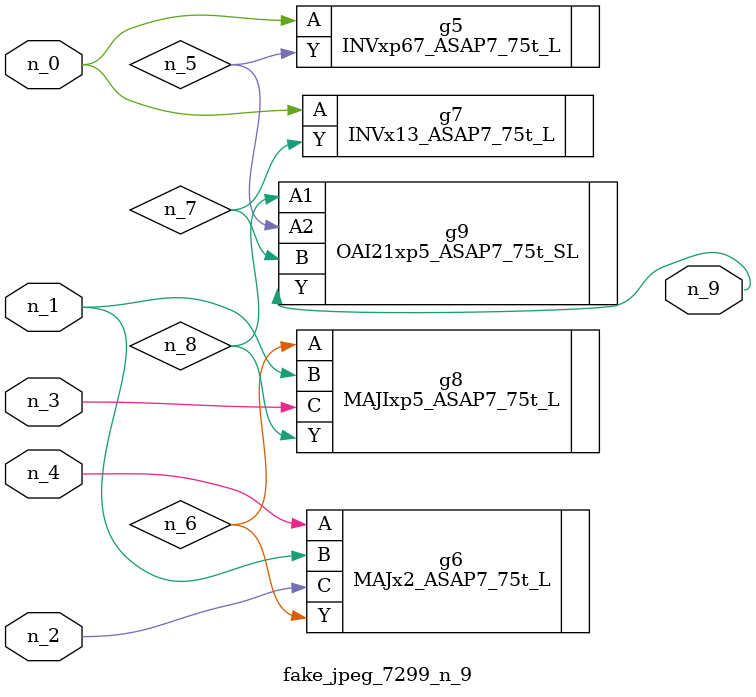
<source format=v>
module fake_jpeg_7299_n_9 (n_3, n_2, n_1, n_0, n_4, n_9);

input n_3;
input n_2;
input n_1;
input n_0;
input n_4;

output n_9;

wire n_8;
wire n_6;
wire n_5;
wire n_7;

INVxp67_ASAP7_75t_L g5 ( 
.A(n_0),
.Y(n_5)
);

MAJx2_ASAP7_75t_L g6 ( 
.A(n_4),
.B(n_1),
.C(n_2),
.Y(n_6)
);

INVx13_ASAP7_75t_L g7 ( 
.A(n_0),
.Y(n_7)
);

MAJIxp5_ASAP7_75t_L g8 ( 
.A(n_6),
.B(n_1),
.C(n_3),
.Y(n_8)
);

OAI21xp5_ASAP7_75t_SL g9 ( 
.A1(n_8),
.A2(n_5),
.B(n_7),
.Y(n_9)
);


endmodule
</source>
